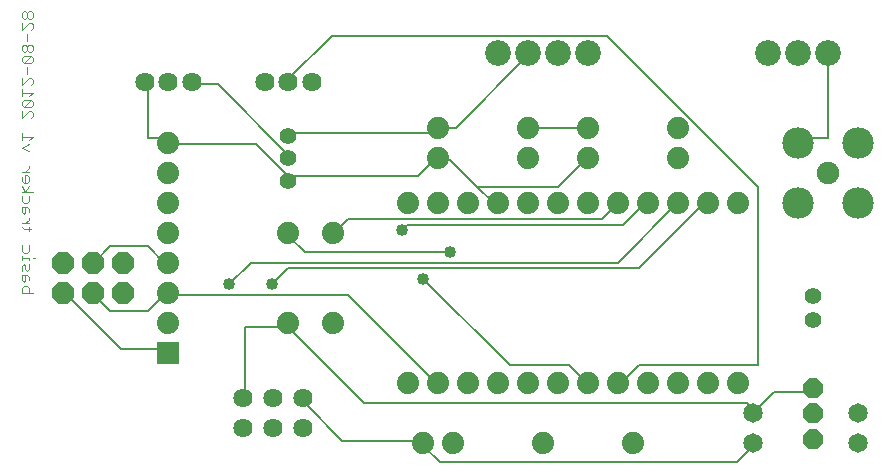
<source format=gbl>
G75*
G70*
%OFA0B0*%
%FSLAX24Y24*%
%IPPOS*%
%LPD*%
%AMOC8*
5,1,8,0,0,1.08239X$1,22.5*
%
%ADD10C,0.0030*%
%ADD11C,0.0740*%
%ADD12OC8,0.0740*%
%ADD13C,0.0555*%
%ADD14C,0.0640*%
%ADD15C,0.0560*%
%ADD16OC8,0.0660*%
%ADD17C,0.0750*%
%ADD18C,0.1050*%
%ADD19C,0.0860*%
%ADD20R,0.0740X0.0740*%
%ADD21C,0.0650*%
%ADD22C,0.0080*%
%ADD23C,0.0400*%
D10*
X000248Y006100D02*
X000248Y006285D01*
X000310Y006347D01*
X000433Y006347D01*
X000495Y006285D01*
X000495Y006100D01*
X000619Y006100D02*
X000248Y006100D01*
X000310Y006469D02*
X000372Y006530D01*
X000372Y006715D01*
X000433Y006715D02*
X000248Y006715D01*
X000248Y006530D01*
X000310Y006469D01*
X000495Y006530D02*
X000495Y006654D01*
X000433Y006715D01*
X000433Y006837D02*
X000495Y006899D01*
X000495Y007084D01*
X000495Y007205D02*
X000495Y007267D01*
X000248Y007267D01*
X000248Y007205D02*
X000248Y007329D01*
X000310Y007451D02*
X000248Y007512D01*
X000248Y007698D01*
X000495Y007698D02*
X000495Y007512D01*
X000433Y007451D01*
X000310Y007451D01*
X000619Y007267D02*
X000680Y007267D01*
X000372Y007022D02*
X000372Y006899D01*
X000433Y006837D01*
X000248Y006837D02*
X000248Y007022D01*
X000310Y007084D01*
X000372Y007022D01*
X000495Y008187D02*
X000495Y008311D01*
X000557Y008249D02*
X000310Y008249D01*
X000248Y008311D01*
X000248Y008433D02*
X000495Y008433D01*
X000372Y008433D02*
X000495Y008556D01*
X000495Y008618D01*
X000495Y008802D02*
X000495Y008925D01*
X000433Y008987D01*
X000248Y008987D01*
X000248Y008802D01*
X000310Y008740D01*
X000372Y008802D01*
X000372Y008987D01*
X000433Y009108D02*
X000310Y009108D01*
X000248Y009170D01*
X000248Y009355D01*
X000248Y009476D02*
X000619Y009476D01*
X000495Y009355D02*
X000495Y009170D01*
X000433Y009108D01*
X000372Y009476D02*
X000495Y009662D01*
X000433Y009783D02*
X000310Y009783D01*
X000248Y009845D01*
X000248Y009969D01*
X000372Y010030D02*
X000372Y009783D01*
X000433Y009783D02*
X000495Y009845D01*
X000495Y009969D01*
X000433Y010030D01*
X000372Y010030D01*
X000372Y010152D02*
X000495Y010275D01*
X000495Y010337D01*
X000495Y010152D02*
X000248Y010152D01*
X000248Y009662D02*
X000372Y009476D01*
X000495Y010827D02*
X000248Y010950D01*
X000495Y011074D01*
X000495Y011195D02*
X000619Y011319D01*
X000248Y011319D01*
X000248Y011442D02*
X000248Y011195D01*
X000248Y011932D02*
X000495Y012179D01*
X000557Y012179D01*
X000619Y012117D01*
X000619Y011994D01*
X000557Y011932D01*
X000248Y011932D02*
X000248Y012179D01*
X000310Y012300D02*
X000557Y012547D01*
X000310Y012547D01*
X000248Y012485D01*
X000248Y012362D01*
X000310Y012300D01*
X000557Y012300D01*
X000619Y012362D01*
X000619Y012485D01*
X000557Y012547D01*
X000495Y012668D02*
X000619Y012792D01*
X000248Y012792D01*
X000248Y012915D02*
X000248Y012668D01*
X000248Y013037D02*
X000495Y013284D01*
X000557Y013284D01*
X000619Y013222D01*
X000619Y013099D01*
X000557Y013037D01*
X000248Y013037D02*
X000248Y013284D01*
X000433Y013405D02*
X000433Y013652D01*
X000310Y013773D02*
X000557Y014020D01*
X000310Y014020D01*
X000248Y013959D01*
X000248Y013835D01*
X000310Y013773D01*
X000557Y013773D01*
X000619Y013835D01*
X000619Y013959D01*
X000557Y014020D01*
X000557Y014142D02*
X000495Y014142D01*
X000433Y014203D01*
X000433Y014327D01*
X000372Y014389D01*
X000310Y014389D01*
X000248Y014327D01*
X000248Y014203D01*
X000310Y014142D01*
X000372Y014142D01*
X000433Y014203D01*
X000433Y014327D02*
X000495Y014389D01*
X000557Y014389D01*
X000619Y014327D01*
X000619Y014203D01*
X000557Y014142D01*
X000433Y014510D02*
X000433Y014757D01*
X000557Y014878D02*
X000619Y014940D01*
X000619Y015064D01*
X000557Y015125D01*
X000495Y015125D01*
X000248Y014878D01*
X000248Y015125D01*
X000310Y015247D02*
X000372Y015247D01*
X000433Y015308D01*
X000433Y015432D01*
X000372Y015494D01*
X000310Y015494D01*
X000248Y015432D01*
X000248Y015308D01*
X000310Y015247D01*
X000433Y015308D02*
X000495Y015247D01*
X000557Y015247D01*
X000619Y015308D01*
X000619Y015432D01*
X000557Y015494D01*
X000495Y015494D01*
X000433Y015432D01*
D11*
X005133Y011100D03*
X005133Y010100D03*
X005133Y009100D03*
X005133Y008100D03*
X005133Y007100D03*
X005133Y006100D03*
X005133Y005100D03*
X009133Y005100D03*
X010633Y005100D03*
X013133Y003100D03*
X014133Y003100D03*
X015133Y003100D03*
X016133Y003100D03*
X017133Y003100D03*
X018133Y003100D03*
X019133Y003100D03*
X020133Y003100D03*
X021133Y003100D03*
X022133Y003100D03*
X023133Y003100D03*
X024133Y003100D03*
X020633Y001100D03*
X017633Y001100D03*
X014633Y001100D03*
X013633Y001100D03*
X010633Y008100D03*
X009133Y008100D03*
X013133Y009100D03*
X014133Y009100D03*
X015133Y009100D03*
X016133Y009100D03*
X017133Y009100D03*
X018133Y009100D03*
X019133Y009100D03*
X020133Y009100D03*
X021133Y009100D03*
X022133Y009100D03*
X023133Y009100D03*
X024133Y009100D03*
X022133Y010600D03*
X022133Y011600D03*
X019133Y011600D03*
X019133Y010600D03*
X017133Y010600D03*
X017133Y011600D03*
X014133Y011600D03*
X014133Y010600D03*
D12*
X003633Y007100D03*
X002633Y007100D03*
X001633Y007100D03*
X001633Y006100D03*
X002633Y006100D03*
X003633Y006100D03*
D13*
X009133Y009850D03*
X009133Y010600D03*
X009133Y011350D03*
D14*
X007633Y001600D03*
X008633Y001600D03*
X009633Y001600D03*
X009633Y002600D03*
X008633Y002600D03*
X007633Y002600D03*
X008346Y013131D03*
X009133Y013131D03*
X009921Y013131D03*
X005921Y013131D03*
X005133Y013131D03*
X004346Y013131D03*
D15*
X026633Y005994D03*
X026633Y005206D03*
D16*
X026633Y002950D03*
X026633Y002100D03*
X026633Y001250D03*
D17*
X027133Y010100D03*
D18*
X026129Y009096D03*
X028137Y009096D03*
X028137Y011104D03*
X026129Y011104D03*
D19*
X026133Y014100D03*
X027133Y014100D03*
X025133Y014100D03*
X019133Y014100D03*
X018133Y014100D03*
X017133Y014100D03*
X016133Y014100D03*
D20*
X005133Y004100D03*
D21*
X024633Y002100D03*
X024633Y001100D03*
X028133Y001100D03*
X028133Y002100D03*
D22*
X026593Y002800D02*
X026633Y002950D01*
X026593Y002800D02*
X025333Y002800D01*
X024793Y002260D01*
X024633Y002100D01*
X024613Y002260D01*
X024433Y002440D01*
X011653Y002440D01*
X009133Y004960D01*
X009133Y005100D01*
X009133Y004960D01*
X007693Y004960D01*
X007693Y002620D01*
X007633Y002600D01*
X009633Y002600D02*
X009673Y002440D01*
X010933Y001180D01*
X013633Y001180D01*
X013633Y001100D01*
X013633Y001000D01*
X014173Y000460D01*
X024073Y000460D01*
X024613Y001000D01*
X024633Y001100D01*
X020833Y003700D02*
X020293Y003160D01*
X020133Y003100D01*
X020833Y003700D02*
X024793Y003700D01*
X024793Y009640D01*
X019753Y014680D01*
X010573Y014680D01*
X009133Y013240D01*
X009133Y013131D01*
X006793Y013060D02*
X006073Y013060D01*
X005921Y013131D01*
X006793Y013060D02*
X009133Y010720D01*
X009133Y010600D01*
X009133Y010000D02*
X008053Y011080D01*
X005173Y011080D01*
X005133Y011100D01*
X004993Y011260D01*
X004453Y011260D01*
X004453Y013060D01*
X004346Y013131D01*
X009133Y011440D02*
X009133Y011350D01*
X009133Y011440D02*
X013993Y011440D01*
X014133Y011600D01*
X014173Y011620D01*
X014713Y011620D01*
X017053Y013960D01*
X017133Y014100D01*
X017233Y011620D02*
X017133Y011600D01*
X017233Y011620D02*
X019033Y011620D01*
X019133Y011600D01*
X019133Y010600D02*
X019033Y010540D01*
X018133Y009640D01*
X015433Y009640D01*
X015973Y009100D01*
X016133Y009100D01*
X015433Y009640D02*
X014533Y010540D01*
X014173Y010540D01*
X014133Y010600D01*
X013993Y010540D01*
X013453Y010000D01*
X009133Y010000D01*
X009133Y009850D01*
X009133Y010000D01*
X010753Y008200D02*
X011113Y008560D01*
X019573Y008560D01*
X020113Y009100D01*
X020133Y009100D01*
X020293Y008380D02*
X021013Y009100D01*
X021133Y009100D01*
X022093Y009100D02*
X022133Y009100D01*
X022093Y009100D02*
X020113Y007120D01*
X007873Y007120D01*
X007153Y006400D01*
X008593Y006400D02*
X009133Y006940D01*
X020833Y006940D01*
X022993Y009100D01*
X023133Y009100D01*
X020293Y008380D02*
X013093Y008380D01*
X012913Y008200D01*
X014533Y007480D02*
X009673Y007480D01*
X009133Y008020D01*
X009133Y008100D01*
X010633Y008100D02*
X010753Y008200D01*
X013633Y006580D02*
X016513Y003700D01*
X018493Y003700D01*
X019033Y003160D01*
X019133Y003100D01*
X014133Y003100D02*
X013993Y003160D01*
X011113Y006040D01*
X005173Y006040D01*
X005133Y006100D01*
X004993Y006040D01*
X004453Y005500D01*
X003193Y005500D01*
X002653Y006040D01*
X002633Y006100D01*
X001753Y006040D02*
X001633Y006100D01*
X001753Y006040D02*
X003553Y004240D01*
X004993Y004240D01*
X005133Y004100D01*
X005133Y007100D02*
X004993Y007120D01*
X004453Y007660D01*
X003193Y007660D01*
X002653Y007120D01*
X002633Y007100D01*
X026129Y011104D02*
X026233Y011260D01*
X027133Y011260D01*
X027133Y013960D01*
X027133Y014100D01*
D23*
X014533Y007480D03*
X012913Y008200D03*
X013633Y006580D03*
X008593Y006400D03*
X007153Y006400D03*
M02*

</source>
